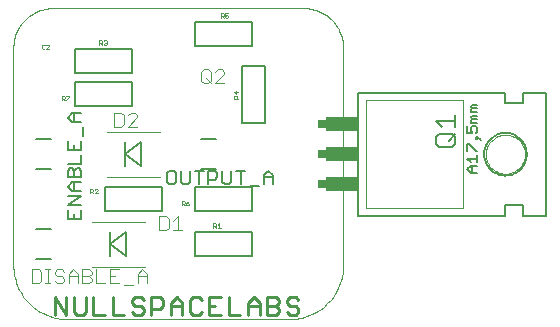
<source format=gto>
G75*
G70*
%OFA0B0*%
%FSLAX24Y24*%
%IPPOS*%
%LPD*%
%AMOC8*
5,1,8,0,0,1.08239X$1,22.5*
%
%ADD10C,0.0000*%
%ADD11C,0.0110*%
%ADD12C,0.0050*%
%ADD13C,0.0020*%
%ADD14R,0.0250X0.0300*%
%ADD15R,0.1100X0.0500*%
%ADD16C,0.0070*%
%ADD17C,0.0010*%
%ADD18C,0.0040*%
%ADD19C,0.0080*%
D10*
X001904Y001670D02*
X009297Y001670D01*
X009297Y001671D02*
X009382Y001673D01*
X009468Y001679D01*
X009553Y001689D01*
X009637Y001703D01*
X009720Y001722D01*
X009803Y001744D01*
X009884Y001770D01*
X009965Y001800D01*
X010043Y001833D01*
X010120Y001871D01*
X010195Y001912D01*
X010268Y001956D01*
X010339Y002004D01*
X010407Y002055D01*
X010473Y002110D01*
X010536Y002167D01*
X010597Y002228D01*
X010654Y002291D01*
X010709Y002357D01*
X010760Y002425D01*
X010808Y002496D01*
X010852Y002569D01*
X010893Y002644D01*
X010931Y002721D01*
X010964Y002799D01*
X010994Y002880D01*
X011020Y002961D01*
X011042Y003044D01*
X011061Y003127D01*
X011075Y003211D01*
X011085Y003296D01*
X011091Y003382D01*
X011093Y003467D01*
X011093Y010721D01*
X011094Y010721D02*
X011092Y010792D01*
X011086Y010864D01*
X011077Y010935D01*
X011063Y011005D01*
X011046Y011074D01*
X011025Y011142D01*
X011000Y011210D01*
X010972Y011275D01*
X010940Y011339D01*
X010905Y011402D01*
X010867Y011462D01*
X010825Y011520D01*
X010780Y011576D01*
X010732Y011629D01*
X010682Y011679D01*
X010629Y011727D01*
X010573Y011772D01*
X010515Y011814D01*
X010455Y011852D01*
X010392Y011887D01*
X010328Y011919D01*
X010263Y011947D01*
X010195Y011972D01*
X010127Y011993D01*
X010058Y012010D01*
X009988Y012024D01*
X009917Y012033D01*
X009845Y012039D01*
X009774Y012041D01*
X009774Y012040D02*
X001426Y012040D01*
X001426Y012041D02*
X001354Y012039D01*
X001283Y012033D01*
X001211Y012024D01*
X001141Y012010D01*
X001071Y011993D01*
X001003Y011972D01*
X000935Y011947D01*
X000869Y011918D01*
X000805Y011887D01*
X000742Y011851D01*
X000682Y011813D01*
X000624Y011771D01*
X000568Y011726D01*
X000514Y011678D01*
X000463Y011627D01*
X000415Y011573D01*
X000370Y011517D01*
X000328Y011459D01*
X000290Y011399D01*
X000254Y011336D01*
X000223Y011272D01*
X000194Y011206D01*
X000169Y011138D01*
X000148Y011070D01*
X000131Y011000D01*
X000117Y010930D01*
X000108Y010858D01*
X000102Y010787D01*
X000100Y010715D01*
X000101Y010715D02*
X000101Y003473D01*
X000103Y003387D01*
X000109Y003302D01*
X000119Y003216D01*
X000134Y003132D01*
X000152Y003048D01*
X000174Y002965D01*
X000200Y002883D01*
X000230Y002803D01*
X000264Y002724D01*
X000301Y002647D01*
X000343Y002572D01*
X000387Y002498D01*
X000435Y002427D01*
X000487Y002358D01*
X000541Y002292D01*
X000599Y002229D01*
X000660Y002168D01*
X000723Y002110D01*
X000789Y002056D01*
X000858Y002004D01*
X000929Y001956D01*
X001002Y001912D01*
X001078Y001870D01*
X001155Y001833D01*
X001234Y001799D01*
X001314Y001769D01*
X001396Y001743D01*
X001479Y001721D01*
X001563Y001703D01*
X001647Y001688D01*
X001733Y001678D01*
X001818Y001672D01*
X001904Y001670D01*
X015851Y007170D02*
X015853Y007220D01*
X015859Y007270D01*
X015869Y007320D01*
X015882Y007368D01*
X015899Y007416D01*
X015920Y007462D01*
X015944Y007506D01*
X015972Y007548D01*
X016003Y007588D01*
X016037Y007625D01*
X016074Y007660D01*
X016113Y007691D01*
X016154Y007720D01*
X016198Y007745D01*
X016244Y007767D01*
X016291Y007785D01*
X016339Y007799D01*
X016388Y007810D01*
X016438Y007817D01*
X016488Y007820D01*
X016539Y007819D01*
X016589Y007814D01*
X016639Y007805D01*
X016687Y007793D01*
X016735Y007776D01*
X016781Y007756D01*
X016826Y007733D01*
X016869Y007706D01*
X016909Y007676D01*
X016947Y007643D01*
X016982Y007607D01*
X017015Y007568D01*
X017044Y007527D01*
X017070Y007484D01*
X017093Y007439D01*
X017112Y007392D01*
X017127Y007344D01*
X017139Y007295D01*
X017147Y007245D01*
X017151Y007195D01*
X017151Y007145D01*
X017147Y007095D01*
X017139Y007045D01*
X017127Y006996D01*
X017112Y006948D01*
X017093Y006901D01*
X017070Y006856D01*
X017044Y006813D01*
X017015Y006772D01*
X016982Y006733D01*
X016947Y006697D01*
X016909Y006664D01*
X016869Y006634D01*
X016826Y006607D01*
X016781Y006584D01*
X016735Y006564D01*
X016687Y006547D01*
X016639Y006535D01*
X016589Y006526D01*
X016539Y006521D01*
X016488Y006520D01*
X016438Y006523D01*
X016388Y006530D01*
X016339Y006541D01*
X016291Y006555D01*
X016244Y006573D01*
X016198Y006595D01*
X016154Y006620D01*
X016113Y006649D01*
X016074Y006680D01*
X016037Y006715D01*
X016003Y006752D01*
X015972Y006792D01*
X015944Y006834D01*
X015920Y006878D01*
X015899Y006924D01*
X015882Y006972D01*
X015869Y007020D01*
X015859Y007070D01*
X015853Y007120D01*
X015851Y007170D01*
D11*
X009605Y002317D02*
X009506Y002416D01*
X009310Y002416D01*
X009211Y002317D01*
X009211Y002219D01*
X009310Y002121D01*
X009506Y002121D01*
X009605Y002022D01*
X009605Y001924D01*
X009506Y001825D01*
X009310Y001825D01*
X009211Y001924D01*
X008960Y001924D02*
X008862Y001825D01*
X008567Y001825D01*
X008567Y002416D01*
X008862Y002416D01*
X008960Y002317D01*
X008960Y002219D01*
X008862Y002121D01*
X008567Y002121D01*
X008316Y002121D02*
X007922Y002121D01*
X007922Y002219D02*
X008119Y002416D01*
X008316Y002219D01*
X008316Y001825D01*
X007922Y001825D02*
X007922Y002219D01*
X007671Y001825D02*
X007278Y001825D01*
X007278Y002416D01*
X007027Y002416D02*
X006633Y002416D01*
X006633Y001825D01*
X007027Y001825D01*
X006830Y002121D02*
X006633Y002121D01*
X006382Y002317D02*
X006284Y002416D01*
X006087Y002416D01*
X005989Y002317D01*
X005989Y001924D01*
X006087Y001825D01*
X006284Y001825D01*
X006382Y001924D01*
X005738Y001825D02*
X005738Y002219D01*
X005541Y002416D01*
X005344Y002219D01*
X005344Y001825D01*
X005093Y002121D02*
X004995Y002022D01*
X004699Y002022D01*
X004699Y001825D02*
X004699Y002416D01*
X004995Y002416D01*
X005093Y002317D01*
X005093Y002121D01*
X005344Y002121D02*
X005738Y002121D01*
X004449Y002022D02*
X004449Y001924D01*
X004350Y001825D01*
X004153Y001825D01*
X004055Y001924D01*
X003804Y001825D02*
X003410Y001825D01*
X003410Y002416D01*
X002766Y002416D02*
X002766Y001825D01*
X003160Y001825D01*
X002515Y001924D02*
X002417Y001825D01*
X002220Y001825D01*
X002121Y001924D01*
X002121Y002416D01*
X001870Y002416D02*
X001870Y001825D01*
X001477Y002416D01*
X001477Y001825D01*
X002515Y001924D02*
X002515Y002416D01*
X004055Y002317D02*
X004055Y002219D01*
X004153Y002121D01*
X004350Y002121D01*
X004449Y002022D01*
X004449Y002317D02*
X004350Y002416D01*
X004153Y002416D01*
X004055Y002317D01*
X008862Y002121D02*
X008960Y002022D01*
X008960Y001924D01*
D12*
X008046Y003777D02*
X006156Y003777D01*
X006156Y004564D01*
X008046Y004564D01*
X008046Y003777D01*
X008046Y005277D02*
X006156Y005277D01*
X006156Y006064D01*
X008046Y006064D01*
X008046Y005277D01*
X007985Y006100D02*
X008285Y006100D01*
X008445Y006175D02*
X008445Y006476D01*
X008595Y006626D01*
X008746Y006476D01*
X008746Y006175D01*
X008746Y006401D02*
X008445Y006401D01*
X007825Y006626D02*
X007525Y006626D01*
X007675Y006626D02*
X007675Y006175D01*
X007364Y006250D02*
X007289Y006175D01*
X007139Y006175D01*
X007064Y006250D01*
X007064Y006626D01*
X006904Y006551D02*
X006904Y006401D01*
X006829Y006326D01*
X006604Y006326D01*
X006604Y006175D02*
X006604Y006626D01*
X006829Y006626D01*
X006904Y006551D01*
X007364Y006626D02*
X007364Y006250D01*
X006444Y006626D02*
X006144Y006626D01*
X006294Y006626D02*
X006294Y006175D01*
X005983Y006250D02*
X005983Y006626D01*
X005683Y006626D02*
X005683Y006250D01*
X005758Y006175D01*
X005908Y006175D01*
X005983Y006250D01*
X005523Y006250D02*
X005448Y006175D01*
X005298Y006175D01*
X005223Y006250D01*
X005223Y006551D01*
X005298Y006626D01*
X005448Y006626D01*
X005523Y006551D01*
X005523Y006250D01*
X005046Y006064D02*
X005046Y005277D01*
X003156Y005277D01*
X003156Y006064D01*
X005046Y006064D01*
X002356Y005936D02*
X002056Y005936D01*
X001906Y006086D01*
X002056Y006236D01*
X002356Y006236D01*
X002356Y006396D02*
X002356Y006622D01*
X002281Y006697D01*
X002206Y006697D01*
X002131Y006622D01*
X002131Y006396D01*
X002131Y006236D02*
X002131Y005936D01*
X002356Y005776D02*
X001906Y005776D01*
X001906Y005476D02*
X002356Y005776D01*
X002356Y005476D02*
X001906Y005476D01*
X001906Y005316D02*
X001906Y005015D01*
X002356Y005015D01*
X002356Y005316D01*
X002131Y005166D02*
X002131Y005015D01*
X002356Y006396D02*
X001906Y006396D01*
X001906Y006622D01*
X001981Y006697D01*
X002056Y006697D01*
X002131Y006622D01*
X001906Y006857D02*
X002356Y006857D01*
X002356Y007157D01*
X002356Y007317D02*
X002356Y007617D01*
X002431Y007778D02*
X002431Y008078D01*
X002356Y008238D02*
X002056Y008238D01*
X001906Y008388D01*
X002056Y008538D01*
X002356Y008538D01*
X002131Y008538D02*
X002131Y008238D01*
X002156Y008777D02*
X002156Y009564D01*
X004046Y009564D01*
X004046Y008777D01*
X002156Y008777D01*
X002156Y009877D02*
X002156Y010664D01*
X004046Y010664D01*
X004046Y009877D01*
X002156Y009877D01*
X001906Y007617D02*
X001906Y007317D01*
X002356Y007317D01*
X002131Y007317D02*
X002131Y007467D01*
X006156Y010777D02*
X006156Y011564D01*
X008046Y011564D01*
X008046Y010777D01*
X006156Y010777D01*
X007707Y010115D02*
X008495Y010115D01*
X008495Y008226D01*
X007707Y008226D01*
X007707Y010115D01*
X011601Y009220D02*
X016501Y009220D01*
X016501Y008870D01*
X017101Y008870D01*
X017101Y009220D01*
X017851Y009220D01*
X017851Y005120D01*
X017101Y005120D01*
X017101Y005470D01*
X016501Y005470D01*
X016501Y005120D01*
X011601Y005120D01*
X011601Y009220D01*
X015226Y008095D02*
X015226Y007868D01*
X015396Y007868D01*
X015339Y007981D01*
X015339Y008038D01*
X015396Y008095D01*
X015509Y008095D01*
X015566Y008038D01*
X015566Y007925D01*
X015509Y007868D01*
X015509Y007742D02*
X015509Y007685D01*
X015566Y007685D01*
X015566Y007742D01*
X015509Y007742D01*
X015566Y007742D02*
X015679Y007629D01*
X015566Y007270D02*
X015509Y007270D01*
X015282Y007496D01*
X015226Y007496D01*
X015226Y007270D01*
X015226Y007024D02*
X015566Y007024D01*
X015566Y007137D02*
X015566Y006910D01*
X015566Y006778D02*
X015339Y006778D01*
X015226Y006665D01*
X015339Y006551D01*
X015566Y006551D01*
X015396Y006551D02*
X015396Y006778D01*
X015339Y006910D02*
X015226Y007024D01*
X015791Y007170D02*
X015793Y007223D01*
X015799Y007276D01*
X015809Y007328D01*
X015823Y007379D01*
X015840Y007429D01*
X015861Y007478D01*
X015886Y007525D01*
X015914Y007570D01*
X015946Y007613D01*
X015981Y007653D01*
X016018Y007690D01*
X016058Y007725D01*
X016101Y007757D01*
X016146Y007785D01*
X016193Y007810D01*
X016242Y007831D01*
X016292Y007848D01*
X016343Y007862D01*
X016395Y007872D01*
X016448Y007878D01*
X016501Y007880D01*
X016554Y007878D01*
X016607Y007872D01*
X016659Y007862D01*
X016710Y007848D01*
X016760Y007831D01*
X016809Y007810D01*
X016856Y007785D01*
X016901Y007757D01*
X016944Y007725D01*
X016984Y007690D01*
X017021Y007653D01*
X017056Y007613D01*
X017088Y007570D01*
X017116Y007525D01*
X017141Y007478D01*
X017162Y007429D01*
X017179Y007379D01*
X017193Y007328D01*
X017203Y007276D01*
X017209Y007223D01*
X017211Y007170D01*
X017209Y007117D01*
X017203Y007064D01*
X017193Y007012D01*
X017179Y006961D01*
X017162Y006911D01*
X017141Y006862D01*
X017116Y006815D01*
X017088Y006770D01*
X017056Y006727D01*
X017021Y006687D01*
X016984Y006650D01*
X016944Y006615D01*
X016901Y006583D01*
X016856Y006555D01*
X016809Y006530D01*
X016760Y006509D01*
X016710Y006492D01*
X016659Y006478D01*
X016607Y006468D01*
X016554Y006462D01*
X016501Y006460D01*
X016448Y006462D01*
X016395Y006468D01*
X016343Y006478D01*
X016292Y006492D01*
X016242Y006509D01*
X016193Y006530D01*
X016146Y006555D01*
X016101Y006583D01*
X016058Y006615D01*
X016018Y006650D01*
X015981Y006687D01*
X015946Y006727D01*
X015914Y006770D01*
X015886Y006815D01*
X015861Y006862D01*
X015840Y006911D01*
X015823Y006961D01*
X015809Y007012D01*
X015799Y007064D01*
X015793Y007117D01*
X015791Y007170D01*
X015566Y008227D02*
X015339Y008227D01*
X015339Y008284D01*
X015396Y008341D01*
X015339Y008397D01*
X015396Y008454D01*
X015566Y008454D01*
X015566Y008341D02*
X015396Y008341D01*
X015339Y008586D02*
X015339Y008643D01*
X015396Y008700D01*
X015339Y008756D01*
X015396Y008813D01*
X015566Y008813D01*
X015566Y008700D02*
X015396Y008700D01*
X015339Y008586D02*
X015566Y008586D01*
D13*
X015101Y008970D02*
X011851Y008970D01*
X011851Y005370D01*
X015101Y005370D01*
X015101Y008970D01*
D14*
X010376Y008170D03*
X010376Y007170D03*
X010376Y006170D03*
D15*
X011051Y006170D03*
X011051Y007170D03*
X011051Y008170D03*
D16*
X014185Y008271D02*
X014816Y008271D01*
X014816Y008061D02*
X014816Y008481D01*
X014396Y008061D02*
X014185Y008271D01*
X014291Y007837D02*
X014711Y007837D01*
X014816Y007732D01*
X014816Y007521D01*
X014711Y007416D01*
X014291Y007416D01*
X014185Y007521D01*
X014185Y007732D01*
X014291Y007837D01*
X014606Y007626D02*
X014816Y007837D01*
D17*
X007596Y009025D02*
X007446Y009025D01*
X007446Y009100D01*
X007471Y009125D01*
X007521Y009125D01*
X007546Y009100D01*
X007546Y009025D01*
X007546Y009075D02*
X007596Y009125D01*
X007521Y009173D02*
X007521Y009273D01*
X007596Y009248D02*
X007446Y009248D01*
X007521Y009173D01*
X007234Y011715D02*
X007184Y011715D01*
X007159Y011740D01*
X007159Y011790D02*
X007209Y011815D01*
X007234Y011815D01*
X007259Y011790D01*
X007259Y011740D01*
X007234Y011715D01*
X007159Y011790D02*
X007159Y011866D01*
X007259Y011866D01*
X007111Y011840D02*
X007111Y011790D01*
X007086Y011765D01*
X007011Y011765D01*
X007011Y011715D02*
X007011Y011866D01*
X007086Y011866D01*
X007111Y011840D01*
X007061Y011765D02*
X007111Y011715D01*
X003209Y010940D02*
X003209Y010915D01*
X003184Y010890D01*
X003209Y010865D01*
X003209Y010840D01*
X003184Y010815D01*
X003134Y010815D01*
X003109Y010840D01*
X003061Y010815D02*
X003011Y010865D01*
X003036Y010865D02*
X002961Y010865D01*
X002961Y010815D02*
X002961Y010966D01*
X003036Y010966D01*
X003061Y010940D01*
X003061Y010890D01*
X003036Y010865D01*
X003109Y010940D02*
X003134Y010966D01*
X003184Y010966D01*
X003209Y010940D01*
X003184Y010890D02*
X003159Y010890D01*
X001303Y010800D02*
X001278Y010826D01*
X001228Y010826D01*
X001203Y010800D01*
X001156Y010800D02*
X001131Y010826D01*
X001081Y010826D01*
X001056Y010800D01*
X001056Y010700D01*
X001081Y010675D01*
X001131Y010675D01*
X001156Y010700D01*
X001203Y010675D02*
X001303Y010775D01*
X001303Y010800D01*
X001303Y010675D02*
X001203Y010675D01*
X001711Y009116D02*
X001786Y009116D01*
X001811Y009090D01*
X001811Y009040D01*
X001786Y009015D01*
X001711Y009015D01*
X001711Y008965D02*
X001711Y009116D01*
X001761Y009015D02*
X001811Y008965D01*
X001859Y008965D02*
X001859Y008990D01*
X001959Y009090D01*
X001959Y009116D01*
X001859Y009116D01*
X002661Y006016D02*
X002736Y006016D01*
X002761Y005990D01*
X002761Y005940D01*
X002736Y005915D01*
X002661Y005915D01*
X002661Y005865D02*
X002661Y006016D01*
X002711Y005915D02*
X002761Y005865D01*
X002809Y005865D02*
X002909Y005965D01*
X002909Y005990D01*
X002884Y006016D01*
X002834Y006016D01*
X002809Y005990D01*
X002809Y005865D02*
X002909Y005865D01*
X005711Y005616D02*
X005711Y005465D01*
X005711Y005515D02*
X005786Y005515D01*
X005811Y005540D01*
X005811Y005590D01*
X005786Y005616D01*
X005711Y005616D01*
X005761Y005515D02*
X005811Y005465D01*
X005859Y005490D02*
X005884Y005465D01*
X005934Y005465D01*
X005959Y005490D01*
X005959Y005515D01*
X005934Y005540D01*
X005859Y005540D01*
X005859Y005490D01*
X005859Y005540D02*
X005909Y005590D01*
X005959Y005616D01*
X006761Y004866D02*
X006836Y004866D01*
X006861Y004840D01*
X006861Y004790D01*
X006836Y004765D01*
X006761Y004765D01*
X006761Y004715D02*
X006761Y004866D01*
X006811Y004765D02*
X006861Y004715D01*
X006909Y004715D02*
X007009Y004715D01*
X006959Y004715D02*
X006959Y004866D01*
X006909Y004815D01*
D18*
X005738Y004640D02*
X005431Y004640D01*
X005585Y004640D02*
X005585Y005101D01*
X005431Y004947D01*
X005278Y005024D02*
X005201Y005101D01*
X004971Y005101D01*
X004971Y004640D01*
X005201Y004640D01*
X005278Y004717D01*
X005278Y005024D01*
X004491Y004920D02*
X002711Y004920D01*
X002711Y003420D02*
X004491Y003420D01*
X004394Y003331D02*
X004547Y003177D01*
X004547Y002870D01*
X004547Y003101D02*
X004240Y003101D01*
X004240Y003177D02*
X004394Y003331D01*
X004240Y003177D02*
X004240Y002870D01*
X004087Y002794D02*
X003780Y002794D01*
X003626Y002870D02*
X003320Y002870D01*
X003320Y003331D01*
X003626Y003331D01*
X003473Y003101D02*
X003320Y003101D01*
X003166Y002870D02*
X002859Y002870D01*
X002859Y003331D01*
X002706Y003254D02*
X002706Y003177D01*
X002629Y003101D01*
X002399Y003101D01*
X002245Y003101D02*
X001939Y003101D01*
X001939Y003177D02*
X002092Y003331D01*
X002245Y003177D01*
X002245Y002870D01*
X002399Y002870D02*
X002629Y002870D01*
X002706Y002947D01*
X002706Y003024D01*
X002629Y003101D01*
X002706Y003254D02*
X002629Y003331D01*
X002399Y003331D01*
X002399Y002870D01*
X001939Y002870D02*
X001939Y003177D01*
X001785Y003254D02*
X001708Y003331D01*
X001555Y003331D01*
X001478Y003254D01*
X001478Y003177D01*
X001555Y003101D01*
X001708Y003101D01*
X001785Y003024D01*
X001785Y002947D01*
X001708Y002870D01*
X001555Y002870D01*
X001478Y002947D01*
X001325Y002870D02*
X001171Y002870D01*
X001248Y002870D02*
X001248Y003331D01*
X001171Y003331D02*
X001325Y003331D01*
X001018Y003254D02*
X000941Y003331D01*
X000711Y003331D01*
X000711Y002870D01*
X000941Y002870D01*
X001018Y002947D01*
X001018Y003254D01*
X003211Y006420D02*
X004991Y006420D01*
X004991Y007920D02*
X003211Y007920D01*
X003471Y008090D02*
X003701Y008090D01*
X003778Y008167D01*
X003778Y008474D01*
X003701Y008551D01*
X003471Y008551D01*
X003471Y008090D01*
X003931Y008090D02*
X004238Y008397D01*
X004238Y008474D01*
X004161Y008551D01*
X004008Y008551D01*
X003931Y008474D01*
X003931Y008090D02*
X004238Y008090D01*
X006371Y009617D02*
X006448Y009540D01*
X006601Y009540D01*
X006678Y009617D01*
X006678Y009924D01*
X006601Y010001D01*
X006448Y010001D01*
X006371Y009924D01*
X006371Y009617D01*
X006524Y009694D02*
X006678Y009540D01*
X006831Y009540D02*
X007138Y009847D01*
X007138Y009924D01*
X007061Y010001D01*
X006908Y010001D01*
X006831Y009924D01*
X006831Y009540D02*
X007138Y009540D01*
D19*
X006851Y007670D02*
X006351Y007670D01*
X006351Y006670D02*
X006851Y006670D01*
X004354Y006777D02*
X004354Y007564D01*
X003814Y007170D01*
X004354Y006777D01*
X003814Y006777D02*
X003814Y007564D01*
X001351Y007670D02*
X000851Y007670D01*
X000851Y006670D02*
X001351Y006670D01*
X001351Y004670D02*
X000851Y004670D01*
X000851Y003670D02*
X001351Y003670D01*
X003314Y003777D02*
X003314Y004564D01*
X003314Y004170D02*
X003854Y003777D01*
X003854Y004564D01*
X003314Y004170D01*
M02*

</source>
